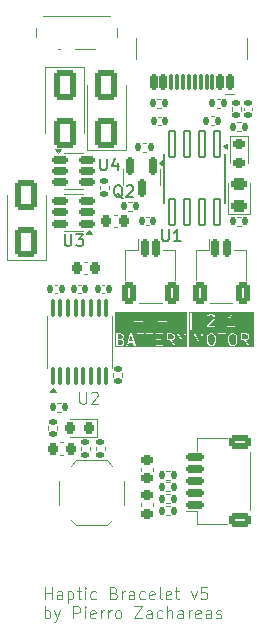
<source format=gbr>
%TF.GenerationSoftware,KiCad,Pcbnew,9.0.0*%
%TF.CreationDate,2025-03-18T00:42:33+02:00*%
%TF.ProjectId,haptic-bracelet,68617074-6963-42d6-9272-6163656c6574,rev?*%
%TF.SameCoordinates,Original*%
%TF.FileFunction,Legend,Top*%
%TF.FilePolarity,Positive*%
%FSLAX46Y46*%
G04 Gerber Fmt 4.6, Leading zero omitted, Abs format (unit mm)*
G04 Created by KiCad (PCBNEW 9.0.0) date 2025-03-18 00:42:33*
%MOMM*%
%LPD*%
G01*
G04 APERTURE LIST*
G04 Aperture macros list*
%AMRoundRect*
0 Rectangle with rounded corners*
0 $1 Rounding radius*
0 $2 $3 $4 $5 $6 $7 $8 $9 X,Y pos of 4 corners*
0 Add a 4 corners polygon primitive as box body*
4,1,4,$2,$3,$4,$5,$6,$7,$8,$9,$2,$3,0*
0 Add four circle primitives for the rounded corners*
1,1,$1+$1,$2,$3*
1,1,$1+$1,$4,$5*
1,1,$1+$1,$6,$7*
1,1,$1+$1,$8,$9*
0 Add four rect primitives between the rounded corners*
20,1,$1+$1,$2,$3,$4,$5,0*
20,1,$1+$1,$4,$5,$6,$7,0*
20,1,$1+$1,$6,$7,$8,$9,0*
20,1,$1+$1,$8,$9,$2,$3,0*%
%AMFreePoly0*
4,1,37,0.603843,0.796157,0.639018,0.796157,0.711114,0.766294,0.766294,0.711114,0.796157,0.639018,0.796157,0.603843,0.800000,0.600000,0.800000,-0.600000,0.796157,-0.603843,0.796157,-0.639018,0.766294,-0.711114,0.711114,-0.766294,0.639018,-0.796157,0.603843,-0.796157,0.600000,-0.800000,0.000000,-0.800000,0.000000,-0.796148,-0.078414,-0.796148,-0.232228,-0.765552,-0.377117,-0.705537,
-0.507515,-0.618408,-0.618408,-0.507515,-0.705537,-0.377117,-0.765552,-0.232228,-0.796148,-0.078414,-0.796148,0.078414,-0.765552,0.232228,-0.705537,0.377117,-0.618408,0.507515,-0.507515,0.618408,-0.377117,0.705537,-0.232228,0.765552,-0.078414,0.796148,0.000000,0.796148,0.000000,0.800000,0.600000,0.800000,0.603843,0.796157,0.603843,0.796157,$1*%
%AMFreePoly1*
4,1,37,0.000000,0.796148,0.078414,0.796148,0.232228,0.765552,0.377117,0.705537,0.507515,0.618408,0.618408,0.507515,0.705537,0.377117,0.765552,0.232228,0.796148,0.078414,0.796148,-0.078414,0.765552,-0.232228,0.705537,-0.377117,0.618408,-0.507515,0.507515,-0.618408,0.377117,-0.705537,0.232228,-0.765552,0.078414,-0.796148,0.000000,-0.796148,0.000000,-0.800000,-0.600000,-0.800000,
-0.603843,-0.796157,-0.639018,-0.796157,-0.711114,-0.766294,-0.766294,-0.711114,-0.796157,-0.639018,-0.796157,-0.603843,-0.800000,-0.600000,-0.800000,0.600000,-0.796157,0.603843,-0.796157,0.639018,-0.766294,0.711114,-0.711114,0.766294,-0.639018,0.796157,-0.603843,0.796157,-0.600000,0.800000,0.000000,0.800000,0.000000,0.796148,0.000000,0.796148,$1*%
G04 Aperture macros list end*
%ADD10C,0.100000*%
%ADD11C,0.150000*%
%ADD12C,0.125000*%
%ADD13C,0.120000*%
%ADD14RoundRect,0.218750X0.218750X0.256250X-0.218750X0.256250X-0.218750X-0.256250X0.218750X-0.256250X0*%
%ADD15R,1.000000X0.800000*%
%ADD16C,0.900000*%
%ADD17R,0.700000X1.500000*%
%ADD18RoundRect,0.150000X-0.150000X-0.625000X0.150000X-0.625000X0.150000X0.625000X-0.150000X0.625000X0*%
%ADD19RoundRect,0.250000X-0.350000X-0.650000X0.350000X-0.650000X0.350000X0.650000X-0.350000X0.650000X0*%
%ADD20RoundRect,0.150000X-0.512500X-0.150000X0.512500X-0.150000X0.512500X0.150000X-0.512500X0.150000X0*%
%ADD21RoundRect,0.135000X-0.135000X-0.185000X0.135000X-0.185000X0.135000X0.185000X-0.135000X0.185000X0*%
%ADD22RoundRect,0.135000X0.135000X0.185000X-0.135000X0.185000X-0.135000X-0.185000X0.135000X-0.185000X0*%
%ADD23RoundRect,0.140000X-0.140000X-0.170000X0.140000X-0.170000X0.140000X0.170000X-0.140000X0.170000X0*%
%ADD24RoundRect,0.225000X-0.225000X-0.250000X0.225000X-0.250000X0.225000X0.250000X-0.225000X0.250000X0*%
%ADD25RoundRect,0.250000X-0.650000X1.000000X-0.650000X-1.000000X0.650000X-1.000000X0.650000X1.000000X0*%
%ADD26RoundRect,0.140000X0.140000X0.170000X-0.140000X0.170000X-0.140000X-0.170000X0.140000X-0.170000X0*%
%ADD27RoundRect,0.225000X0.225000X0.250000X-0.225000X0.250000X-0.225000X-0.250000X0.225000X-0.250000X0*%
%ADD28RoundRect,0.225000X-0.250000X0.225000X-0.250000X-0.225000X0.250000X-0.225000X0.250000X0.225000X0*%
%ADD29R,1.000000X0.750000*%
%ADD30RoundRect,0.150000X0.512500X0.150000X-0.512500X0.150000X-0.512500X-0.150000X0.512500X-0.150000X0*%
%ADD31RoundRect,0.250000X0.650000X-1.000000X0.650000X1.000000X-0.650000X1.000000X-0.650000X-1.000000X0*%
%ADD32RoundRect,0.135000X0.185000X-0.135000X0.185000X0.135000X-0.185000X0.135000X-0.185000X-0.135000X0*%
%ADD33C,0.650000*%
%ADD34RoundRect,0.150000X0.150000X0.500000X-0.150000X0.500000X-0.150000X-0.500000X0.150000X-0.500000X0*%
%ADD35RoundRect,0.075000X0.075000X0.575000X-0.075000X0.575000X-0.075000X-0.575000X0.075000X-0.575000X0*%
%ADD36O,1.000000X2.100000*%
%ADD37O,1.000000X1.600000*%
%ADD38RoundRect,0.100000X0.100000X-0.675000X0.100000X0.675000X-0.100000X0.675000X-0.100000X-0.675000X0*%
%ADD39R,3.000000X3.000000*%
%ADD40RoundRect,0.243750X0.456250X-0.243750X0.456250X0.243750X-0.456250X0.243750X-0.456250X-0.243750X0*%
%ADD41RoundRect,0.225000X0.250000X-0.225000X0.250000X0.225000X-0.250000X0.225000X-0.250000X-0.225000X0*%
%ADD42RoundRect,0.218750X-0.256250X0.218750X-0.256250X-0.218750X0.256250X-0.218750X0.256250X0.218750X0*%
%ADD43RoundRect,0.150000X-0.150000X0.587500X-0.150000X-0.587500X0.150000X-0.587500X0.150000X0.587500X0*%
%ADD44RoundRect,0.135000X-0.185000X0.135000X-0.185000X-0.135000X0.185000X-0.135000X0.185000X0.135000X0*%
%ADD45RoundRect,0.150000X0.625000X-0.150000X0.625000X0.150000X-0.625000X0.150000X-0.625000X-0.150000X0*%
%ADD46RoundRect,0.250000X0.650000X-0.350000X0.650000X0.350000X-0.650000X0.350000X-0.650000X-0.350000X0*%
%ADD47RoundRect,0.140000X0.170000X-0.140000X0.170000X0.140000X-0.170000X0.140000X-0.170000X-0.140000X0*%
%ADD48R,3.100000X2.400000*%
%ADD49RoundRect,0.070000X-0.250000X1.100000X-0.250000X-1.100000X0.250000X-1.100000X0.250000X1.100000X0*%
%ADD50C,0.770000*%
%ADD51FreePoly0,180.000000*%
%ADD52C,1.600000*%
%ADD53FreePoly1,180.000000*%
G04 APERTURE END LIST*
D10*
X157803884Y-122512475D02*
X157803884Y-121512475D01*
X157803884Y-121988665D02*
X158375312Y-121988665D01*
X158375312Y-122512475D02*
X158375312Y-121512475D01*
X159280074Y-122512475D02*
X159280074Y-121988665D01*
X159280074Y-121988665D02*
X159232455Y-121893427D01*
X159232455Y-121893427D02*
X159137217Y-121845808D01*
X159137217Y-121845808D02*
X158946741Y-121845808D01*
X158946741Y-121845808D02*
X158851503Y-121893427D01*
X159280074Y-122464856D02*
X159184836Y-122512475D01*
X159184836Y-122512475D02*
X158946741Y-122512475D01*
X158946741Y-122512475D02*
X158851503Y-122464856D01*
X158851503Y-122464856D02*
X158803884Y-122369617D01*
X158803884Y-122369617D02*
X158803884Y-122274379D01*
X158803884Y-122274379D02*
X158851503Y-122179141D01*
X158851503Y-122179141D02*
X158946741Y-122131522D01*
X158946741Y-122131522D02*
X159184836Y-122131522D01*
X159184836Y-122131522D02*
X159280074Y-122083903D01*
X159756265Y-121845808D02*
X159756265Y-122845808D01*
X159756265Y-121893427D02*
X159851503Y-121845808D01*
X159851503Y-121845808D02*
X160041979Y-121845808D01*
X160041979Y-121845808D02*
X160137217Y-121893427D01*
X160137217Y-121893427D02*
X160184836Y-121941046D01*
X160184836Y-121941046D02*
X160232455Y-122036284D01*
X160232455Y-122036284D02*
X160232455Y-122321998D01*
X160232455Y-122321998D02*
X160184836Y-122417236D01*
X160184836Y-122417236D02*
X160137217Y-122464856D01*
X160137217Y-122464856D02*
X160041979Y-122512475D01*
X160041979Y-122512475D02*
X159851503Y-122512475D01*
X159851503Y-122512475D02*
X159756265Y-122464856D01*
X160518170Y-121845808D02*
X160899122Y-121845808D01*
X160661027Y-121512475D02*
X160661027Y-122369617D01*
X160661027Y-122369617D02*
X160708646Y-122464856D01*
X160708646Y-122464856D02*
X160803884Y-122512475D01*
X160803884Y-122512475D02*
X160899122Y-122512475D01*
X161232456Y-122512475D02*
X161232456Y-121845808D01*
X161232456Y-121512475D02*
X161184837Y-121560094D01*
X161184837Y-121560094D02*
X161232456Y-121607713D01*
X161232456Y-121607713D02*
X161280075Y-121560094D01*
X161280075Y-121560094D02*
X161232456Y-121512475D01*
X161232456Y-121512475D02*
X161232456Y-121607713D01*
X162137217Y-122464856D02*
X162041979Y-122512475D01*
X162041979Y-122512475D02*
X161851503Y-122512475D01*
X161851503Y-122512475D02*
X161756265Y-122464856D01*
X161756265Y-122464856D02*
X161708646Y-122417236D01*
X161708646Y-122417236D02*
X161661027Y-122321998D01*
X161661027Y-122321998D02*
X161661027Y-122036284D01*
X161661027Y-122036284D02*
X161708646Y-121941046D01*
X161708646Y-121941046D02*
X161756265Y-121893427D01*
X161756265Y-121893427D02*
X161851503Y-121845808D01*
X161851503Y-121845808D02*
X162041979Y-121845808D01*
X162041979Y-121845808D02*
X162137217Y-121893427D01*
X163661027Y-121988665D02*
X163803884Y-122036284D01*
X163803884Y-122036284D02*
X163851503Y-122083903D01*
X163851503Y-122083903D02*
X163899122Y-122179141D01*
X163899122Y-122179141D02*
X163899122Y-122321998D01*
X163899122Y-122321998D02*
X163851503Y-122417236D01*
X163851503Y-122417236D02*
X163803884Y-122464856D01*
X163803884Y-122464856D02*
X163708646Y-122512475D01*
X163708646Y-122512475D02*
X163327694Y-122512475D01*
X163327694Y-122512475D02*
X163327694Y-121512475D01*
X163327694Y-121512475D02*
X163661027Y-121512475D01*
X163661027Y-121512475D02*
X163756265Y-121560094D01*
X163756265Y-121560094D02*
X163803884Y-121607713D01*
X163803884Y-121607713D02*
X163851503Y-121702951D01*
X163851503Y-121702951D02*
X163851503Y-121798189D01*
X163851503Y-121798189D02*
X163803884Y-121893427D01*
X163803884Y-121893427D02*
X163756265Y-121941046D01*
X163756265Y-121941046D02*
X163661027Y-121988665D01*
X163661027Y-121988665D02*
X163327694Y-121988665D01*
X164327694Y-122512475D02*
X164327694Y-121845808D01*
X164327694Y-122036284D02*
X164375313Y-121941046D01*
X164375313Y-121941046D02*
X164422932Y-121893427D01*
X164422932Y-121893427D02*
X164518170Y-121845808D01*
X164518170Y-121845808D02*
X164613408Y-121845808D01*
X165375313Y-122512475D02*
X165375313Y-121988665D01*
X165375313Y-121988665D02*
X165327694Y-121893427D01*
X165327694Y-121893427D02*
X165232456Y-121845808D01*
X165232456Y-121845808D02*
X165041980Y-121845808D01*
X165041980Y-121845808D02*
X164946742Y-121893427D01*
X165375313Y-122464856D02*
X165280075Y-122512475D01*
X165280075Y-122512475D02*
X165041980Y-122512475D01*
X165041980Y-122512475D02*
X164946742Y-122464856D01*
X164946742Y-122464856D02*
X164899123Y-122369617D01*
X164899123Y-122369617D02*
X164899123Y-122274379D01*
X164899123Y-122274379D02*
X164946742Y-122179141D01*
X164946742Y-122179141D02*
X165041980Y-122131522D01*
X165041980Y-122131522D02*
X165280075Y-122131522D01*
X165280075Y-122131522D02*
X165375313Y-122083903D01*
X166280075Y-122464856D02*
X166184837Y-122512475D01*
X166184837Y-122512475D02*
X165994361Y-122512475D01*
X165994361Y-122512475D02*
X165899123Y-122464856D01*
X165899123Y-122464856D02*
X165851504Y-122417236D01*
X165851504Y-122417236D02*
X165803885Y-122321998D01*
X165803885Y-122321998D02*
X165803885Y-122036284D01*
X165803885Y-122036284D02*
X165851504Y-121941046D01*
X165851504Y-121941046D02*
X165899123Y-121893427D01*
X165899123Y-121893427D02*
X165994361Y-121845808D01*
X165994361Y-121845808D02*
X166184837Y-121845808D01*
X166184837Y-121845808D02*
X166280075Y-121893427D01*
X167089599Y-122464856D02*
X166994361Y-122512475D01*
X166994361Y-122512475D02*
X166803885Y-122512475D01*
X166803885Y-122512475D02*
X166708647Y-122464856D01*
X166708647Y-122464856D02*
X166661028Y-122369617D01*
X166661028Y-122369617D02*
X166661028Y-121988665D01*
X166661028Y-121988665D02*
X166708647Y-121893427D01*
X166708647Y-121893427D02*
X166803885Y-121845808D01*
X166803885Y-121845808D02*
X166994361Y-121845808D01*
X166994361Y-121845808D02*
X167089599Y-121893427D01*
X167089599Y-121893427D02*
X167137218Y-121988665D01*
X167137218Y-121988665D02*
X167137218Y-122083903D01*
X167137218Y-122083903D02*
X166661028Y-122179141D01*
X167708647Y-122512475D02*
X167613409Y-122464856D01*
X167613409Y-122464856D02*
X167565790Y-122369617D01*
X167565790Y-122369617D02*
X167565790Y-121512475D01*
X168470552Y-122464856D02*
X168375314Y-122512475D01*
X168375314Y-122512475D02*
X168184838Y-122512475D01*
X168184838Y-122512475D02*
X168089600Y-122464856D01*
X168089600Y-122464856D02*
X168041981Y-122369617D01*
X168041981Y-122369617D02*
X168041981Y-121988665D01*
X168041981Y-121988665D02*
X168089600Y-121893427D01*
X168089600Y-121893427D02*
X168184838Y-121845808D01*
X168184838Y-121845808D02*
X168375314Y-121845808D01*
X168375314Y-121845808D02*
X168470552Y-121893427D01*
X168470552Y-121893427D02*
X168518171Y-121988665D01*
X168518171Y-121988665D02*
X168518171Y-122083903D01*
X168518171Y-122083903D02*
X168041981Y-122179141D01*
X168803886Y-121845808D02*
X169184838Y-121845808D01*
X168946743Y-121512475D02*
X168946743Y-122369617D01*
X168946743Y-122369617D02*
X168994362Y-122464856D01*
X168994362Y-122464856D02*
X169089600Y-122512475D01*
X169089600Y-122512475D02*
X169184838Y-122512475D01*
X170184839Y-121845808D02*
X170422934Y-122512475D01*
X170422934Y-122512475D02*
X170661029Y-121845808D01*
X171518172Y-121512475D02*
X171041982Y-121512475D01*
X171041982Y-121512475D02*
X170994363Y-121988665D01*
X170994363Y-121988665D02*
X171041982Y-121941046D01*
X171041982Y-121941046D02*
X171137220Y-121893427D01*
X171137220Y-121893427D02*
X171375315Y-121893427D01*
X171375315Y-121893427D02*
X171470553Y-121941046D01*
X171470553Y-121941046D02*
X171518172Y-121988665D01*
X171518172Y-121988665D02*
X171565791Y-122083903D01*
X171565791Y-122083903D02*
X171565791Y-122321998D01*
X171565791Y-122321998D02*
X171518172Y-122417236D01*
X171518172Y-122417236D02*
X171470553Y-122464856D01*
X171470553Y-122464856D02*
X171375315Y-122512475D01*
X171375315Y-122512475D02*
X171137220Y-122512475D01*
X171137220Y-122512475D02*
X171041982Y-122464856D01*
X171041982Y-122464856D02*
X170994363Y-122417236D01*
X157803884Y-124122419D02*
X157803884Y-123122419D01*
X157803884Y-123503371D02*
X157899122Y-123455752D01*
X157899122Y-123455752D02*
X158089598Y-123455752D01*
X158089598Y-123455752D02*
X158184836Y-123503371D01*
X158184836Y-123503371D02*
X158232455Y-123550990D01*
X158232455Y-123550990D02*
X158280074Y-123646228D01*
X158280074Y-123646228D02*
X158280074Y-123931942D01*
X158280074Y-123931942D02*
X158232455Y-124027180D01*
X158232455Y-124027180D02*
X158184836Y-124074800D01*
X158184836Y-124074800D02*
X158089598Y-124122419D01*
X158089598Y-124122419D02*
X157899122Y-124122419D01*
X157899122Y-124122419D02*
X157803884Y-124074800D01*
X158613408Y-123455752D02*
X158851503Y-124122419D01*
X159089598Y-123455752D02*
X158851503Y-124122419D01*
X158851503Y-124122419D02*
X158756265Y-124360514D01*
X158756265Y-124360514D02*
X158708646Y-124408133D01*
X158708646Y-124408133D02*
X158613408Y-124455752D01*
X160232456Y-124122419D02*
X160232456Y-123122419D01*
X160232456Y-123122419D02*
X160613408Y-123122419D01*
X160613408Y-123122419D02*
X160708646Y-123170038D01*
X160708646Y-123170038D02*
X160756265Y-123217657D01*
X160756265Y-123217657D02*
X160803884Y-123312895D01*
X160803884Y-123312895D02*
X160803884Y-123455752D01*
X160803884Y-123455752D02*
X160756265Y-123550990D01*
X160756265Y-123550990D02*
X160708646Y-123598609D01*
X160708646Y-123598609D02*
X160613408Y-123646228D01*
X160613408Y-123646228D02*
X160232456Y-123646228D01*
X161232456Y-124122419D02*
X161232456Y-123455752D01*
X161232456Y-123122419D02*
X161184837Y-123170038D01*
X161184837Y-123170038D02*
X161232456Y-123217657D01*
X161232456Y-123217657D02*
X161280075Y-123170038D01*
X161280075Y-123170038D02*
X161232456Y-123122419D01*
X161232456Y-123122419D02*
X161232456Y-123217657D01*
X162089598Y-124074800D02*
X161994360Y-124122419D01*
X161994360Y-124122419D02*
X161803884Y-124122419D01*
X161803884Y-124122419D02*
X161708646Y-124074800D01*
X161708646Y-124074800D02*
X161661027Y-123979561D01*
X161661027Y-123979561D02*
X161661027Y-123598609D01*
X161661027Y-123598609D02*
X161708646Y-123503371D01*
X161708646Y-123503371D02*
X161803884Y-123455752D01*
X161803884Y-123455752D02*
X161994360Y-123455752D01*
X161994360Y-123455752D02*
X162089598Y-123503371D01*
X162089598Y-123503371D02*
X162137217Y-123598609D01*
X162137217Y-123598609D02*
X162137217Y-123693847D01*
X162137217Y-123693847D02*
X161661027Y-123789085D01*
X162565789Y-124122419D02*
X162565789Y-123455752D01*
X162565789Y-123646228D02*
X162613408Y-123550990D01*
X162613408Y-123550990D02*
X162661027Y-123503371D01*
X162661027Y-123503371D02*
X162756265Y-123455752D01*
X162756265Y-123455752D02*
X162851503Y-123455752D01*
X163184837Y-124122419D02*
X163184837Y-123455752D01*
X163184837Y-123646228D02*
X163232456Y-123550990D01*
X163232456Y-123550990D02*
X163280075Y-123503371D01*
X163280075Y-123503371D02*
X163375313Y-123455752D01*
X163375313Y-123455752D02*
X163470551Y-123455752D01*
X163946742Y-124122419D02*
X163851504Y-124074800D01*
X163851504Y-124074800D02*
X163803885Y-124027180D01*
X163803885Y-124027180D02*
X163756266Y-123931942D01*
X163756266Y-123931942D02*
X163756266Y-123646228D01*
X163756266Y-123646228D02*
X163803885Y-123550990D01*
X163803885Y-123550990D02*
X163851504Y-123503371D01*
X163851504Y-123503371D02*
X163946742Y-123455752D01*
X163946742Y-123455752D02*
X164089599Y-123455752D01*
X164089599Y-123455752D02*
X164184837Y-123503371D01*
X164184837Y-123503371D02*
X164232456Y-123550990D01*
X164232456Y-123550990D02*
X164280075Y-123646228D01*
X164280075Y-123646228D02*
X164280075Y-123931942D01*
X164280075Y-123931942D02*
X164232456Y-124027180D01*
X164232456Y-124027180D02*
X164184837Y-124074800D01*
X164184837Y-124074800D02*
X164089599Y-124122419D01*
X164089599Y-124122419D02*
X163946742Y-124122419D01*
X165375314Y-123122419D02*
X166041980Y-123122419D01*
X166041980Y-123122419D02*
X165375314Y-124122419D01*
X165375314Y-124122419D02*
X166041980Y-124122419D01*
X166851504Y-124122419D02*
X166851504Y-123598609D01*
X166851504Y-123598609D02*
X166803885Y-123503371D01*
X166803885Y-123503371D02*
X166708647Y-123455752D01*
X166708647Y-123455752D02*
X166518171Y-123455752D01*
X166518171Y-123455752D02*
X166422933Y-123503371D01*
X166851504Y-124074800D02*
X166756266Y-124122419D01*
X166756266Y-124122419D02*
X166518171Y-124122419D01*
X166518171Y-124122419D02*
X166422933Y-124074800D01*
X166422933Y-124074800D02*
X166375314Y-123979561D01*
X166375314Y-123979561D02*
X166375314Y-123884323D01*
X166375314Y-123884323D02*
X166422933Y-123789085D01*
X166422933Y-123789085D02*
X166518171Y-123741466D01*
X166518171Y-123741466D02*
X166756266Y-123741466D01*
X166756266Y-123741466D02*
X166851504Y-123693847D01*
X167756266Y-124074800D02*
X167661028Y-124122419D01*
X167661028Y-124122419D02*
X167470552Y-124122419D01*
X167470552Y-124122419D02*
X167375314Y-124074800D01*
X167375314Y-124074800D02*
X167327695Y-124027180D01*
X167327695Y-124027180D02*
X167280076Y-123931942D01*
X167280076Y-123931942D02*
X167280076Y-123646228D01*
X167280076Y-123646228D02*
X167327695Y-123550990D01*
X167327695Y-123550990D02*
X167375314Y-123503371D01*
X167375314Y-123503371D02*
X167470552Y-123455752D01*
X167470552Y-123455752D02*
X167661028Y-123455752D01*
X167661028Y-123455752D02*
X167756266Y-123503371D01*
X168184838Y-124122419D02*
X168184838Y-123122419D01*
X168613409Y-124122419D02*
X168613409Y-123598609D01*
X168613409Y-123598609D02*
X168565790Y-123503371D01*
X168565790Y-123503371D02*
X168470552Y-123455752D01*
X168470552Y-123455752D02*
X168327695Y-123455752D01*
X168327695Y-123455752D02*
X168232457Y-123503371D01*
X168232457Y-123503371D02*
X168184838Y-123550990D01*
X169518171Y-124122419D02*
X169518171Y-123598609D01*
X169518171Y-123598609D02*
X169470552Y-123503371D01*
X169470552Y-123503371D02*
X169375314Y-123455752D01*
X169375314Y-123455752D02*
X169184838Y-123455752D01*
X169184838Y-123455752D02*
X169089600Y-123503371D01*
X169518171Y-124074800D02*
X169422933Y-124122419D01*
X169422933Y-124122419D02*
X169184838Y-124122419D01*
X169184838Y-124122419D02*
X169089600Y-124074800D01*
X169089600Y-124074800D02*
X169041981Y-123979561D01*
X169041981Y-123979561D02*
X169041981Y-123884323D01*
X169041981Y-123884323D02*
X169089600Y-123789085D01*
X169089600Y-123789085D02*
X169184838Y-123741466D01*
X169184838Y-123741466D02*
X169422933Y-123741466D01*
X169422933Y-123741466D02*
X169518171Y-123693847D01*
X169994362Y-124122419D02*
X169994362Y-123455752D01*
X169994362Y-123646228D02*
X170041981Y-123550990D01*
X170041981Y-123550990D02*
X170089600Y-123503371D01*
X170089600Y-123503371D02*
X170184838Y-123455752D01*
X170184838Y-123455752D02*
X170280076Y-123455752D01*
X170994362Y-124074800D02*
X170899124Y-124122419D01*
X170899124Y-124122419D02*
X170708648Y-124122419D01*
X170708648Y-124122419D02*
X170613410Y-124074800D01*
X170613410Y-124074800D02*
X170565791Y-123979561D01*
X170565791Y-123979561D02*
X170565791Y-123598609D01*
X170565791Y-123598609D02*
X170613410Y-123503371D01*
X170613410Y-123503371D02*
X170708648Y-123455752D01*
X170708648Y-123455752D02*
X170899124Y-123455752D01*
X170899124Y-123455752D02*
X170994362Y-123503371D01*
X170994362Y-123503371D02*
X171041981Y-123598609D01*
X171041981Y-123598609D02*
X171041981Y-123693847D01*
X171041981Y-123693847D02*
X170565791Y-123789085D01*
X171899124Y-124122419D02*
X171899124Y-123598609D01*
X171899124Y-123598609D02*
X171851505Y-123503371D01*
X171851505Y-123503371D02*
X171756267Y-123455752D01*
X171756267Y-123455752D02*
X171565791Y-123455752D01*
X171565791Y-123455752D02*
X171470553Y-123503371D01*
X171899124Y-124074800D02*
X171803886Y-124122419D01*
X171803886Y-124122419D02*
X171565791Y-124122419D01*
X171565791Y-124122419D02*
X171470553Y-124074800D01*
X171470553Y-124074800D02*
X171422934Y-123979561D01*
X171422934Y-123979561D02*
X171422934Y-123884323D01*
X171422934Y-123884323D02*
X171470553Y-123789085D01*
X171470553Y-123789085D02*
X171565791Y-123741466D01*
X171565791Y-123741466D02*
X171803886Y-123741466D01*
X171803886Y-123741466D02*
X171899124Y-123693847D01*
X172327696Y-124074800D02*
X172422934Y-124122419D01*
X172422934Y-124122419D02*
X172613410Y-124122419D01*
X172613410Y-124122419D02*
X172708648Y-124074800D01*
X172708648Y-124074800D02*
X172756267Y-123979561D01*
X172756267Y-123979561D02*
X172756267Y-123931942D01*
X172756267Y-123931942D02*
X172708648Y-123836704D01*
X172708648Y-123836704D02*
X172613410Y-123789085D01*
X172613410Y-123789085D02*
X172470553Y-123789085D01*
X172470553Y-123789085D02*
X172375315Y-123741466D01*
X172375315Y-123741466D02*
X172327696Y-123646228D01*
X172327696Y-123646228D02*
X172327696Y-123598609D01*
X172327696Y-123598609D02*
X172375315Y-123503371D01*
X172375315Y-123503371D02*
X172470553Y-123455752D01*
X172470553Y-123455752D02*
X172613410Y-123455752D01*
X172613410Y-123455752D02*
X172708648Y-123503371D01*
G36*
X164365847Y-100579901D02*
G01*
X164399382Y-100613437D01*
X164438094Y-100690860D01*
X164438094Y-100810110D01*
X164399382Y-100887533D01*
X164363236Y-100923680D01*
X164285815Y-100962391D01*
X163966666Y-100962391D01*
X163966666Y-100538581D01*
X164241886Y-100538581D01*
X164365847Y-100579901D01*
G37*
G36*
X164315619Y-100101102D02*
G01*
X164351763Y-100137247D01*
X164390475Y-100214670D01*
X164390475Y-100286301D01*
X164351763Y-100363724D01*
X164315619Y-100399869D01*
X164238196Y-100438581D01*
X163966666Y-100438581D01*
X163966666Y-100062391D01*
X164238196Y-100062391D01*
X164315619Y-100101102D01*
G37*
G36*
X165275866Y-100676676D02*
G01*
X164938418Y-100676676D01*
X165107142Y-100170504D01*
X165275866Y-100676676D01*
G37*
G36*
X168648953Y-100101102D02*
G01*
X168685097Y-100137247D01*
X168723809Y-100214670D01*
X168723809Y-100333920D01*
X168685097Y-100411343D01*
X168648953Y-100447488D01*
X168571530Y-100486200D01*
X168252381Y-100486200D01*
X168252381Y-100062391D01*
X168571530Y-100062391D01*
X168648953Y-100101102D01*
G37*
G36*
X169886546Y-101173502D02*
G01*
X163731746Y-101173502D01*
X163731746Y-100012391D01*
X163866666Y-100012391D01*
X163866666Y-101012391D01*
X163870472Y-101031525D01*
X163897532Y-101058585D01*
X163916666Y-101062391D01*
X164297618Y-101062391D01*
X164300074Y-101061902D01*
X164301163Y-101062265D01*
X164308890Y-101060148D01*
X164316752Y-101058585D01*
X164317563Y-101057773D01*
X164319979Y-101057112D01*
X164402334Y-101015935D01*
X164723935Y-101015935D01*
X164741049Y-101050164D01*
X164777353Y-101062265D01*
X164811582Y-101045151D01*
X164821243Y-101028202D01*
X164905085Y-100776676D01*
X165309199Y-100776676D01*
X165393041Y-101028202D01*
X165402702Y-101045150D01*
X165436931Y-101062265D01*
X165473235Y-101050163D01*
X165490349Y-101015935D01*
X165487909Y-100996579D01*
X165154576Y-99996580D01*
X165152682Y-99993257D01*
X165584758Y-99993257D01*
X165584758Y-100031525D01*
X165611818Y-100058585D01*
X165630952Y-100062391D01*
X165866666Y-100062391D01*
X165866666Y-101012391D01*
X165870472Y-101031525D01*
X165897532Y-101058585D01*
X165935800Y-101058585D01*
X165962860Y-101031525D01*
X165966666Y-101012391D01*
X165966666Y-100062391D01*
X166202380Y-100062391D01*
X166221514Y-100058585D01*
X166248574Y-100031525D01*
X166248574Y-99993257D01*
X166346663Y-99993257D01*
X166346663Y-100031525D01*
X166373723Y-100058585D01*
X166392857Y-100062391D01*
X166628571Y-100062391D01*
X166628571Y-101012391D01*
X166632377Y-101031525D01*
X166659437Y-101058585D01*
X166697705Y-101058585D01*
X166724765Y-101031525D01*
X166728571Y-101012391D01*
X166728571Y-100062391D01*
X166964285Y-100062391D01*
X166983419Y-100058585D01*
X167010479Y-100031525D01*
X167010479Y-100012391D01*
X167247619Y-100012391D01*
X167247619Y-101012391D01*
X167251425Y-101031525D01*
X167278485Y-101058585D01*
X167297619Y-101062391D01*
X167773809Y-101062391D01*
X167792943Y-101058585D01*
X167820003Y-101031525D01*
X167820003Y-100993257D01*
X167792943Y-100966197D01*
X167773809Y-100962391D01*
X167347619Y-100962391D01*
X167347619Y-100538581D01*
X167630952Y-100538581D01*
X167650086Y-100534775D01*
X167677146Y-100507715D01*
X167677146Y-100469447D01*
X167650086Y-100442387D01*
X167630952Y-100438581D01*
X167347619Y-100438581D01*
X167347619Y-100062391D01*
X167773809Y-100062391D01*
X167792943Y-100058585D01*
X167820003Y-100031525D01*
X167820003Y-100012391D01*
X168152381Y-100012391D01*
X168152381Y-101012391D01*
X168156187Y-101031525D01*
X168183247Y-101058585D01*
X168221515Y-101058585D01*
X168248575Y-101031525D01*
X168252381Y-101012391D01*
X168252381Y-100586200D01*
X168414443Y-100586200D01*
X168732847Y-101041064D01*
X168746938Y-101054557D01*
X168784624Y-101061207D01*
X168815975Y-101039262D01*
X168822625Y-101001576D01*
X168814771Y-100983718D01*
X168536509Y-100586200D01*
X168583333Y-100586200D01*
X168585789Y-100585711D01*
X168586878Y-100586074D01*
X168594605Y-100583957D01*
X168602467Y-100582394D01*
X168603278Y-100581582D01*
X168605694Y-100580921D01*
X168700931Y-100533303D01*
X168707264Y-100528387D01*
X168713926Y-100523936D01*
X168761545Y-100476318D01*
X168765999Y-100469651D01*
X168770911Y-100463323D01*
X168818530Y-100368085D01*
X168819191Y-100365669D01*
X168820003Y-100364858D01*
X168821566Y-100356996D01*
X168823683Y-100349269D01*
X168823320Y-100348180D01*
X168823809Y-100345724D01*
X168823809Y-100202867D01*
X168823320Y-100200410D01*
X168823683Y-100199322D01*
X168821566Y-100191594D01*
X168820003Y-100183733D01*
X168819191Y-100182921D01*
X168818530Y-100180506D01*
X168770911Y-100085268D01*
X168765999Y-100078939D01*
X168761545Y-100072273D01*
X168713926Y-100024655D01*
X168708530Y-100021049D01*
X169010279Y-100021049D01*
X169017341Y-100039235D01*
X169342857Y-100550760D01*
X169342857Y-101012391D01*
X169346663Y-101031525D01*
X169373723Y-101058585D01*
X169411991Y-101058585D01*
X169439051Y-101031525D01*
X169442857Y-101012391D01*
X169442857Y-100550760D01*
X169768373Y-100039235D01*
X169775435Y-100021049D01*
X169767133Y-99983691D01*
X169734848Y-99963146D01*
X169697491Y-99971448D01*
X169684007Y-99985547D01*
X169392857Y-100443068D01*
X169101707Y-99985547D01*
X169088224Y-99971448D01*
X169050866Y-99963146D01*
X169018581Y-99983691D01*
X169010279Y-100021049D01*
X168708530Y-100021049D01*
X168707264Y-100020203D01*
X168700931Y-100015288D01*
X168605694Y-99967670D01*
X168603278Y-99967008D01*
X168602467Y-99966197D01*
X168594605Y-99964633D01*
X168586878Y-99962517D01*
X168585789Y-99962879D01*
X168583333Y-99962391D01*
X168202381Y-99962391D01*
X168183247Y-99966197D01*
X168156187Y-99993257D01*
X168152381Y-100012391D01*
X167820003Y-100012391D01*
X167820003Y-99993257D01*
X167792943Y-99966197D01*
X167773809Y-99962391D01*
X167297619Y-99962391D01*
X167278485Y-99966197D01*
X167251425Y-99993257D01*
X167247619Y-100012391D01*
X167010479Y-100012391D01*
X167010479Y-99993257D01*
X166983419Y-99966197D01*
X166964285Y-99962391D01*
X166392857Y-99962391D01*
X166373723Y-99966197D01*
X166346663Y-99993257D01*
X166248574Y-99993257D01*
X166221514Y-99966197D01*
X166202380Y-99962391D01*
X165630952Y-99962391D01*
X165611818Y-99966197D01*
X165584758Y-99993257D01*
X165152682Y-99993257D01*
X165144915Y-99979631D01*
X165141572Y-99977959D01*
X165139902Y-99974619D01*
X165124865Y-99969606D01*
X165110686Y-99962517D01*
X165107141Y-99963698D01*
X165103598Y-99962517D01*
X165089424Y-99969604D01*
X165074382Y-99974618D01*
X165072710Y-99977961D01*
X165069369Y-99979632D01*
X165059708Y-99996580D01*
X164726375Y-100996580D01*
X164723935Y-101015935D01*
X164402334Y-101015935D01*
X164415216Y-101009494D01*
X164421543Y-101004583D01*
X164428212Y-101000127D01*
X164475831Y-100952507D01*
X164480284Y-100945841D01*
X164485196Y-100939513D01*
X164532815Y-100844275D01*
X164533476Y-100841859D01*
X164534288Y-100841048D01*
X164535851Y-100833186D01*
X164537968Y-100825459D01*
X164537605Y-100824370D01*
X164538094Y-100821914D01*
X164538094Y-100679057D01*
X164537605Y-100676600D01*
X164537968Y-100675512D01*
X164535851Y-100667784D01*
X164534288Y-100659923D01*
X164533476Y-100659111D01*
X164532815Y-100656696D01*
X164485196Y-100561458D01*
X164480284Y-100555129D01*
X164475830Y-100548463D01*
X164428211Y-100500845D01*
X164426128Y-100499453D01*
X164425615Y-100498427D01*
X164418654Y-100494459D01*
X164411990Y-100490006D01*
X164410842Y-100490006D01*
X164408667Y-100488766D01*
X164377506Y-100478379D01*
X164380592Y-100476317D01*
X164428211Y-100428699D01*
X164432665Y-100422032D01*
X164437577Y-100415704D01*
X164485196Y-100320466D01*
X164485857Y-100318050D01*
X164486669Y-100317239D01*
X164488232Y-100309377D01*
X164490349Y-100301650D01*
X164489986Y-100300561D01*
X164490475Y-100298105D01*
X164490475Y-100202867D01*
X164489986Y-100200410D01*
X164490349Y-100199322D01*
X164488232Y-100191594D01*
X164486669Y-100183733D01*
X164485857Y-100182921D01*
X164485196Y-100180506D01*
X164437577Y-100085268D01*
X164432665Y-100078939D01*
X164428211Y-100072273D01*
X164380592Y-100024655D01*
X164373930Y-100020203D01*
X164367597Y-100015288D01*
X164272360Y-99967670D01*
X164269944Y-99967008D01*
X164269133Y-99966197D01*
X164261271Y-99964633D01*
X164253544Y-99962517D01*
X164252455Y-99962879D01*
X164249999Y-99962391D01*
X163916666Y-99962391D01*
X163897532Y-99966197D01*
X163870472Y-99993257D01*
X163866666Y-100012391D01*
X163731746Y-100012391D01*
X163731746Y-98307208D01*
X163842857Y-98307208D01*
X163842857Y-99735780D01*
X163846663Y-99754914D01*
X163873723Y-99781974D01*
X163911991Y-99781974D01*
X163939051Y-99754914D01*
X163942857Y-99735780D01*
X163942857Y-99002360D01*
X165322854Y-99002360D01*
X165322854Y-99040628D01*
X165349914Y-99067688D01*
X165369048Y-99071494D01*
X166130953Y-99071494D01*
X166150087Y-99067688D01*
X166177147Y-99040628D01*
X166177147Y-99002360D01*
X167322854Y-99002360D01*
X167322854Y-99040628D01*
X167349914Y-99067688D01*
X167369048Y-99071494D01*
X167700000Y-99071494D01*
X167700000Y-99402447D01*
X167703806Y-99421581D01*
X167730866Y-99448641D01*
X167769134Y-99448641D01*
X167796194Y-99421581D01*
X167800000Y-99402447D01*
X167800000Y-99071494D01*
X168130953Y-99071494D01*
X168150087Y-99067688D01*
X168177147Y-99040628D01*
X168177147Y-99002360D01*
X168150087Y-98975300D01*
X168130953Y-98971494D01*
X167800000Y-98971494D01*
X167800000Y-98640542D01*
X167796194Y-98621408D01*
X167769134Y-98594348D01*
X167730866Y-98594348D01*
X167703806Y-98621408D01*
X167700000Y-98640542D01*
X167700000Y-98971494D01*
X167369048Y-98971494D01*
X167349914Y-98975300D01*
X167322854Y-99002360D01*
X166177147Y-99002360D01*
X166150087Y-98975300D01*
X166130953Y-98971494D01*
X165369048Y-98971494D01*
X165349914Y-98975300D01*
X165322854Y-99002360D01*
X163942857Y-99002360D01*
X163942857Y-98307208D01*
X169557143Y-98307208D01*
X169557143Y-99735780D01*
X169560949Y-99754914D01*
X169588009Y-99781974D01*
X169626277Y-99781974D01*
X169653337Y-99754914D01*
X169657143Y-99735780D01*
X169657143Y-98307208D01*
X169653337Y-98288074D01*
X169626277Y-98261014D01*
X169588009Y-98261014D01*
X169560949Y-98288074D01*
X169557143Y-98307208D01*
X163942857Y-98307208D01*
X163939051Y-98288074D01*
X163911991Y-98261014D01*
X163873723Y-98261014D01*
X163846663Y-98288074D01*
X163842857Y-98307208D01*
X163731746Y-98307208D01*
X163731746Y-98149903D01*
X169886546Y-98149903D01*
X169886546Y-101173502D01*
G37*
G36*
X172077525Y-100101103D02*
G01*
X172157231Y-100180809D01*
X172199999Y-100351879D01*
X172199999Y-100672902D01*
X172157231Y-100843971D01*
X172077523Y-100923680D01*
X172000101Y-100962391D01*
X171833232Y-100962391D01*
X171755809Y-100923679D01*
X171676100Y-100843970D01*
X171633333Y-100672902D01*
X171633333Y-100351879D01*
X171676100Y-100180809D01*
X171755806Y-100101103D01*
X171833232Y-100062391D01*
X172000101Y-100062391D01*
X172077525Y-100101103D01*
G37*
G36*
X173887049Y-100101103D02*
G01*
X173966755Y-100180809D01*
X174009523Y-100351879D01*
X174009523Y-100672902D01*
X173966755Y-100843971D01*
X173887047Y-100923680D01*
X173809625Y-100962391D01*
X173642756Y-100962391D01*
X173565333Y-100923679D01*
X173485624Y-100843970D01*
X173442857Y-100672902D01*
X173442857Y-100351879D01*
X173485624Y-100180809D01*
X173565330Y-100101103D01*
X173642756Y-100062391D01*
X173809625Y-100062391D01*
X173887049Y-100101103D01*
G37*
G36*
X174934667Y-100101102D02*
G01*
X174970811Y-100137247D01*
X175009523Y-100214670D01*
X175009523Y-100333920D01*
X174970811Y-100411343D01*
X174934667Y-100447488D01*
X174857244Y-100486200D01*
X174538095Y-100486200D01*
X174538095Y-100062391D01*
X174857244Y-100062391D01*
X174934667Y-100101102D01*
G37*
G36*
X175482540Y-101173502D02*
G01*
X170017460Y-101173502D01*
X170017460Y-100012391D01*
X170438095Y-100012391D01*
X170438095Y-101012391D01*
X170441901Y-101031525D01*
X170468961Y-101058585D01*
X170507229Y-101058585D01*
X170534289Y-101031525D01*
X170538095Y-101012391D01*
X170538095Y-100237768D01*
X170776119Y-100747821D01*
X170783741Y-100758210D01*
X170784554Y-100760445D01*
X170785811Y-100761031D01*
X170787659Y-100763550D01*
X170803731Y-100769394D01*
X170819232Y-100776628D01*
X170821428Y-100775829D01*
X170823624Y-100776628D01*
X170839124Y-100769394D01*
X170855197Y-100763550D01*
X170857044Y-100761031D01*
X170858302Y-100760445D01*
X170859114Y-100758209D01*
X170866737Y-100747820D01*
X171104761Y-100237768D01*
X171104761Y-101012391D01*
X171108567Y-101031525D01*
X171135627Y-101058585D01*
X171173895Y-101058585D01*
X171200955Y-101031525D01*
X171204761Y-101012391D01*
X171204761Y-100345724D01*
X171533333Y-100345724D01*
X171533333Y-100679057D01*
X171534528Y-100685066D01*
X171534826Y-100691184D01*
X171582445Y-100881660D01*
X171584758Y-100886556D01*
X171584758Y-100888667D01*
X171588162Y-100893762D01*
X171590778Y-100899299D01*
X171592586Y-100900384D01*
X171595596Y-100904888D01*
X171690835Y-101000127D01*
X171697494Y-101004577D01*
X171703829Y-101009493D01*
X171799067Y-101057112D01*
X171801482Y-101057773D01*
X171802294Y-101058585D01*
X171810155Y-101060148D01*
X171817883Y-101062265D01*
X171818971Y-101061902D01*
X171821428Y-101062391D01*
X172011904Y-101062391D01*
X172014360Y-101061902D01*
X172015449Y-101062265D01*
X172023176Y-101060148D01*
X172031038Y-101058585D01*
X172031849Y-101057773D01*
X172034265Y-101057112D01*
X172129502Y-101009494D01*
X172135829Y-101004583D01*
X172142498Y-101000127D01*
X172237736Y-100904888D01*
X172240745Y-100900384D01*
X172242554Y-100899299D01*
X172245169Y-100893762D01*
X172248574Y-100888667D01*
X172248574Y-100886556D01*
X172250887Y-100881660D01*
X172298506Y-100691184D01*
X172298803Y-100685066D01*
X172299999Y-100679057D01*
X172299999Y-100345724D01*
X172298803Y-100339714D01*
X172298506Y-100333597D01*
X172250887Y-100143121D01*
X172248574Y-100138224D01*
X172248574Y-100136114D01*
X172245170Y-100131020D01*
X172242554Y-100125482D01*
X172240743Y-100124395D01*
X172237735Y-100119893D01*
X172142497Y-100024655D01*
X172135835Y-100020203D01*
X172129502Y-100015288D01*
X172085440Y-99993257D01*
X172489520Y-99993257D01*
X172489520Y-100031525D01*
X172516580Y-100058585D01*
X172535714Y-100062391D01*
X172771428Y-100062391D01*
X172771428Y-101012391D01*
X172775234Y-101031525D01*
X172802294Y-101058585D01*
X172840562Y-101058585D01*
X172867622Y-101031525D01*
X172871428Y-101012391D01*
X172871428Y-100345724D01*
X173342857Y-100345724D01*
X173342857Y-100679057D01*
X173344052Y-100685066D01*
X173344350Y-100691184D01*
X173391969Y-100881660D01*
X173394282Y-100886556D01*
X173394282Y-100888667D01*
X173397686Y-100893762D01*
X173400302Y-100899299D01*
X173402110Y-100900384D01*
X173405120Y-100904888D01*
X173500359Y-101000127D01*
X173507018Y-101004577D01*
X173513353Y-101009493D01*
X173608591Y-101057112D01*
X173611006Y-101057773D01*
X173611818Y-101058585D01*
X173619679Y-101060148D01*
X173627407Y-101062265D01*
X173628495Y-101061902D01*
X173630952Y-101062391D01*
X173821428Y-101062391D01*
X173823884Y-101061902D01*
X173824973Y-101062265D01*
X173832700Y-101060148D01*
X173840562Y-101058585D01*
X173841373Y-101057773D01*
X173843789Y-101057112D01*
X173939026Y-101009494D01*
X173945353Y-101004583D01*
X173952022Y-101000127D01*
X174047260Y-100904888D01*
X174050269Y-100900384D01*
X174052078Y-100899299D01*
X174054693Y-100893762D01*
X174058098Y-100888667D01*
X174058098Y-100886556D01*
X174060411Y-100881660D01*
X174108030Y-100691184D01*
X174108327Y-100685066D01*
X174109523Y-100679057D01*
X174109523Y-100345724D01*
X174108327Y-100339714D01*
X174108030Y-100333597D01*
X174060411Y-100143121D01*
X174058098Y-100138224D01*
X174058098Y-100136114D01*
X174054694Y-100131020D01*
X174052078Y-100125482D01*
X174050267Y-100124395D01*
X174047259Y-100119893D01*
X173952021Y-100024655D01*
X173945359Y-100020203D01*
X173939026Y-100015288D01*
X173933232Y-100012391D01*
X174438095Y-100012391D01*
X174438095Y-101012391D01*
X174441901Y-101031525D01*
X174468961Y-101058585D01*
X174507229Y-101058585D01*
X174534289Y-101031525D01*
X174538095Y-101012391D01*
X174538095Y-100586200D01*
X174700157Y-100586200D01*
X175018561Y-101041064D01*
X175032652Y-101054557D01*
X175070338Y-101061207D01*
X175101689Y-101039262D01*
X175108339Y-101001576D01*
X175100485Y-100983718D01*
X174822223Y-100586200D01*
X174869047Y-100586200D01*
X174871503Y-100585711D01*
X174872592Y-100586074D01*
X174880319Y-100583957D01*
X174888181Y-100582394D01*
X174888992Y-100581582D01*
X174891408Y-100580921D01*
X174986645Y-100533303D01*
X174992978Y-100528387D01*
X174999640Y-100523936D01*
X175047259Y-100476318D01*
X175051713Y-100469651D01*
X175056625Y-100463323D01*
X175104244Y-100368085D01*
X175104905Y-100365669D01*
X175105717Y-100364858D01*
X175107280Y-100356996D01*
X175109397Y-100349269D01*
X175109034Y-100348180D01*
X175109523Y-100345724D01*
X175109523Y-100202867D01*
X175109034Y-100200410D01*
X175109397Y-100199322D01*
X175107280Y-100191594D01*
X175105717Y-100183733D01*
X175104905Y-100182921D01*
X175104244Y-100180506D01*
X175056625Y-100085268D01*
X175051713Y-100078939D01*
X175047259Y-100072273D01*
X174999640Y-100024655D01*
X174992978Y-100020203D01*
X174986645Y-100015288D01*
X174891408Y-99967670D01*
X174888992Y-99967008D01*
X174888181Y-99966197D01*
X174880319Y-99964633D01*
X174872592Y-99962517D01*
X174871503Y-99962879D01*
X174869047Y-99962391D01*
X174488095Y-99962391D01*
X174468961Y-99966197D01*
X174441901Y-99993257D01*
X174438095Y-100012391D01*
X173933232Y-100012391D01*
X173843789Y-99967670D01*
X173841373Y-99967008D01*
X173840562Y-99966197D01*
X173832700Y-99964633D01*
X173824973Y-99962517D01*
X173823884Y-99962879D01*
X173821428Y-99962391D01*
X173630952Y-99962391D01*
X173628495Y-99962879D01*
X173627407Y-99962517D01*
X173619679Y-99964633D01*
X173611818Y-99966197D01*
X173611006Y-99967008D01*
X173608591Y-99967670D01*
X173513353Y-100015289D01*
X173507018Y-100020204D01*
X173500359Y-100024655D01*
X173405121Y-100119893D01*
X173402112Y-100124395D01*
X173400302Y-100125482D01*
X173397685Y-100131020D01*
X173394282Y-100136114D01*
X173394282Y-100138224D01*
X173391969Y-100143121D01*
X173344350Y-100333597D01*
X173344052Y-100339714D01*
X173342857Y-100345724D01*
X172871428Y-100345724D01*
X172871428Y-100062391D01*
X173107142Y-100062391D01*
X173126276Y-100058585D01*
X173153336Y-100031525D01*
X173153336Y-99993257D01*
X173126276Y-99966197D01*
X173107142Y-99962391D01*
X172535714Y-99962391D01*
X172516580Y-99966197D01*
X172489520Y-99993257D01*
X172085440Y-99993257D01*
X172034265Y-99967670D01*
X172031849Y-99967008D01*
X172031038Y-99966197D01*
X172023176Y-99964633D01*
X172015449Y-99962517D01*
X172014360Y-99962879D01*
X172011904Y-99962391D01*
X171821428Y-99962391D01*
X171818971Y-99962879D01*
X171817883Y-99962517D01*
X171810155Y-99964633D01*
X171802294Y-99966197D01*
X171801482Y-99967008D01*
X171799067Y-99967670D01*
X171703829Y-100015289D01*
X171697494Y-100020204D01*
X171690835Y-100024655D01*
X171595597Y-100119893D01*
X171592588Y-100124395D01*
X171590778Y-100125482D01*
X171588161Y-100131020D01*
X171584758Y-100136114D01*
X171584758Y-100138224D01*
X171582445Y-100143121D01*
X171534826Y-100333597D01*
X171534528Y-100339714D01*
X171533333Y-100345724D01*
X171204761Y-100345724D01*
X171204761Y-100012391D01*
X171200955Y-99993257D01*
X171194672Y-99986974D01*
X171191635Y-99978622D01*
X171181669Y-99973971D01*
X171173895Y-99966197D01*
X171165010Y-99966197D01*
X171156957Y-99962439D01*
X171146622Y-99966197D01*
X171135627Y-99966197D01*
X171129344Y-99972479D01*
X171120992Y-99975517D01*
X171109452Y-99991246D01*
X170821427Y-100608441D01*
X170533404Y-99991247D01*
X170521864Y-99975517D01*
X170513511Y-99972479D01*
X170507229Y-99966197D01*
X170496234Y-99966197D01*
X170485899Y-99962439D01*
X170477846Y-99966197D01*
X170468961Y-99966197D01*
X170461186Y-99973971D01*
X170451221Y-99978622D01*
X170448183Y-99986974D01*
X170441901Y-99993257D01*
X170438095Y-100012391D01*
X170017460Y-100012391D01*
X170017460Y-98307208D01*
X170128571Y-98307208D01*
X170128571Y-99735780D01*
X170132377Y-99754914D01*
X170159437Y-99781974D01*
X170197705Y-99781974D01*
X170224765Y-99754914D01*
X170228571Y-99735780D01*
X170228571Y-99383313D01*
X171513330Y-99383313D01*
X171513330Y-99421581D01*
X171540390Y-99448641D01*
X171559524Y-99452447D01*
X172178571Y-99452447D01*
X172197705Y-99448641D01*
X172224765Y-99421581D01*
X172224765Y-99383313D01*
X172197705Y-99356253D01*
X172178571Y-99352447D01*
X171680234Y-99352447D01*
X172166307Y-98866373D01*
X172167697Y-98864291D01*
X172168725Y-98863778D01*
X172172695Y-98856812D01*
X172177146Y-98850152D01*
X172177146Y-98849004D01*
X172178386Y-98846829D01*
X172226005Y-98703973D01*
X172227007Y-98696022D01*
X172227866Y-98691706D01*
X173271555Y-98691706D01*
X173288669Y-98725934D01*
X173324974Y-98738035D01*
X173343790Y-98732882D01*
X173439027Y-98685264D01*
X173445360Y-98680348D01*
X173452022Y-98675897D01*
X173547260Y-98580659D01*
X173550008Y-98576545D01*
X173553508Y-98573039D01*
X173557143Y-98567586D01*
X173557143Y-99352447D01*
X173321429Y-99352447D01*
X173302295Y-99356253D01*
X173275235Y-99383313D01*
X173275235Y-99421581D01*
X173302295Y-99448641D01*
X173321429Y-99452447D01*
X173892857Y-99452447D01*
X173911991Y-99448641D01*
X173939051Y-99421581D01*
X173939051Y-99383313D01*
X173911991Y-99356253D01*
X173892857Y-99352447D01*
X173657143Y-99352447D01*
X173657143Y-98402447D01*
X173653337Y-98383313D01*
X173649696Y-98379672D01*
X173648687Y-98374625D01*
X173636571Y-98366547D01*
X173626277Y-98356253D01*
X173621131Y-98356253D01*
X173616847Y-98353397D01*
X173602569Y-98356253D01*
X173588009Y-98356253D01*
X173584368Y-98359893D01*
X173579321Y-98360903D01*
X173565541Y-98374712D01*
X173473046Y-98513452D01*
X173387050Y-98599449D01*
X173299068Y-98643440D01*
X173283656Y-98655401D01*
X173271555Y-98691706D01*
X172227866Y-98691706D01*
X172228571Y-98688161D01*
X172228571Y-98592923D01*
X172228082Y-98590466D01*
X172228445Y-98589378D01*
X172226328Y-98581650D01*
X172224765Y-98573789D01*
X172223953Y-98572977D01*
X172223292Y-98570562D01*
X172175673Y-98475324D01*
X172170761Y-98468995D01*
X172166307Y-98462329D01*
X172118688Y-98414711D01*
X172112026Y-98410259D01*
X172105693Y-98405344D01*
X172010456Y-98357726D01*
X172008040Y-98357064D01*
X172007229Y-98356253D01*
X171999367Y-98354689D01*
X171991640Y-98352573D01*
X171990551Y-98352935D01*
X171988095Y-98352447D01*
X171750000Y-98352447D01*
X171747543Y-98352935D01*
X171746455Y-98352573D01*
X171738727Y-98354689D01*
X171730866Y-98356253D01*
X171730054Y-98357064D01*
X171727639Y-98357726D01*
X171632401Y-98405345D01*
X171626072Y-98410256D01*
X171619406Y-98414711D01*
X171571788Y-98462330D01*
X171560949Y-98478551D01*
X171560949Y-98516819D01*
X171588009Y-98543879D01*
X171626277Y-98543879D01*
X171642498Y-98533040D01*
X171684380Y-98491158D01*
X171761804Y-98452447D01*
X171976292Y-98452447D01*
X172053715Y-98491158D01*
X172089859Y-98527303D01*
X172128571Y-98604726D01*
X172128571Y-98680048D01*
X172087250Y-98804009D01*
X171524169Y-99367092D01*
X171513330Y-99383313D01*
X170228571Y-99383313D01*
X170228571Y-98307208D01*
X175271429Y-98307208D01*
X175271429Y-99735780D01*
X175275235Y-99754914D01*
X175302295Y-99781974D01*
X175340563Y-99781974D01*
X175367623Y-99754914D01*
X175371429Y-99735780D01*
X175371429Y-98307208D01*
X175367623Y-98288074D01*
X175340563Y-98261014D01*
X175302295Y-98261014D01*
X175275235Y-98288074D01*
X175271429Y-98307208D01*
X170228571Y-98307208D01*
X170224765Y-98288074D01*
X170197705Y-98261014D01*
X170159437Y-98261014D01*
X170132377Y-98288074D01*
X170128571Y-98307208D01*
X170017460Y-98307208D01*
X170017460Y-98149903D01*
X175482540Y-98149903D01*
X175482540Y-101173502D01*
G37*
D11*
X162488095Y-85204819D02*
X162488095Y-86014342D01*
X162488095Y-86014342D02*
X162535714Y-86109580D01*
X162535714Y-86109580D02*
X162583333Y-86157200D01*
X162583333Y-86157200D02*
X162678571Y-86204819D01*
X162678571Y-86204819D02*
X162869047Y-86204819D01*
X162869047Y-86204819D02*
X162964285Y-86157200D01*
X162964285Y-86157200D02*
X163011904Y-86109580D01*
X163011904Y-86109580D02*
X163059523Y-86014342D01*
X163059523Y-86014342D02*
X163059523Y-85204819D01*
X163964285Y-85538152D02*
X163964285Y-86204819D01*
X163726190Y-85157200D02*
X163488095Y-85871485D01*
X163488095Y-85871485D02*
X164107142Y-85871485D01*
X159488095Y-91604819D02*
X159488095Y-92414342D01*
X159488095Y-92414342D02*
X159535714Y-92509580D01*
X159535714Y-92509580D02*
X159583333Y-92557200D01*
X159583333Y-92557200D02*
X159678571Y-92604819D01*
X159678571Y-92604819D02*
X159869047Y-92604819D01*
X159869047Y-92604819D02*
X159964285Y-92557200D01*
X159964285Y-92557200D02*
X160011904Y-92509580D01*
X160011904Y-92509580D02*
X160059523Y-92414342D01*
X160059523Y-92414342D02*
X160059523Y-91604819D01*
X160440476Y-91604819D02*
X161059523Y-91604819D01*
X161059523Y-91604819D02*
X160726190Y-91985771D01*
X160726190Y-91985771D02*
X160869047Y-91985771D01*
X160869047Y-91985771D02*
X160964285Y-92033390D01*
X160964285Y-92033390D02*
X161011904Y-92081009D01*
X161011904Y-92081009D02*
X161059523Y-92176247D01*
X161059523Y-92176247D02*
X161059523Y-92414342D01*
X161059523Y-92414342D02*
X161011904Y-92509580D01*
X161011904Y-92509580D02*
X160964285Y-92557200D01*
X160964285Y-92557200D02*
X160869047Y-92604819D01*
X160869047Y-92604819D02*
X160583333Y-92604819D01*
X160583333Y-92604819D02*
X160488095Y-92557200D01*
X160488095Y-92557200D02*
X160440476Y-92509580D01*
D12*
X160738095Y-104956119D02*
X160738095Y-105765642D01*
X160738095Y-105765642D02*
X160785714Y-105860880D01*
X160785714Y-105860880D02*
X160833333Y-105908500D01*
X160833333Y-105908500D02*
X160928571Y-105956119D01*
X160928571Y-105956119D02*
X161119047Y-105956119D01*
X161119047Y-105956119D02*
X161214285Y-105908500D01*
X161214285Y-105908500D02*
X161261904Y-105860880D01*
X161261904Y-105860880D02*
X161309523Y-105765642D01*
X161309523Y-105765642D02*
X161309523Y-104956119D01*
X161738095Y-105051357D02*
X161785714Y-105003738D01*
X161785714Y-105003738D02*
X161880952Y-104956119D01*
X161880952Y-104956119D02*
X162119047Y-104956119D01*
X162119047Y-104956119D02*
X162214285Y-105003738D01*
X162214285Y-105003738D02*
X162261904Y-105051357D01*
X162261904Y-105051357D02*
X162309523Y-105146595D01*
X162309523Y-105146595D02*
X162309523Y-105241833D01*
X162309523Y-105241833D02*
X162261904Y-105384690D01*
X162261904Y-105384690D02*
X161690476Y-105956119D01*
X161690476Y-105956119D02*
X162309523Y-105956119D01*
D11*
X164404761Y-88550057D02*
X164309523Y-88502438D01*
X164309523Y-88502438D02*
X164214285Y-88407200D01*
X164214285Y-88407200D02*
X164071428Y-88264342D01*
X164071428Y-88264342D02*
X163976190Y-88216723D01*
X163976190Y-88216723D02*
X163880952Y-88216723D01*
X163928571Y-88454819D02*
X163833333Y-88407200D01*
X163833333Y-88407200D02*
X163738095Y-88311961D01*
X163738095Y-88311961D02*
X163690476Y-88121485D01*
X163690476Y-88121485D02*
X163690476Y-87788152D01*
X163690476Y-87788152D02*
X163738095Y-87597676D01*
X163738095Y-87597676D02*
X163833333Y-87502438D01*
X163833333Y-87502438D02*
X163928571Y-87454819D01*
X163928571Y-87454819D02*
X164119047Y-87454819D01*
X164119047Y-87454819D02*
X164214285Y-87502438D01*
X164214285Y-87502438D02*
X164309523Y-87597676D01*
X164309523Y-87597676D02*
X164357142Y-87788152D01*
X164357142Y-87788152D02*
X164357142Y-88121485D01*
X164357142Y-88121485D02*
X164309523Y-88311961D01*
X164309523Y-88311961D02*
X164214285Y-88407200D01*
X164214285Y-88407200D02*
X164119047Y-88454819D01*
X164119047Y-88454819D02*
X163928571Y-88454819D01*
X164738095Y-87550057D02*
X164785714Y-87502438D01*
X164785714Y-87502438D02*
X164880952Y-87454819D01*
X164880952Y-87454819D02*
X165119047Y-87454819D01*
X165119047Y-87454819D02*
X165214285Y-87502438D01*
X165214285Y-87502438D02*
X165261904Y-87550057D01*
X165261904Y-87550057D02*
X165309523Y-87645295D01*
X165309523Y-87645295D02*
X165309523Y-87740533D01*
X165309523Y-87740533D02*
X165261904Y-87883390D01*
X165261904Y-87883390D02*
X164690476Y-88454819D01*
X164690476Y-88454819D02*
X165309523Y-88454819D01*
X167738095Y-91204819D02*
X167738095Y-92014342D01*
X167738095Y-92014342D02*
X167785714Y-92109580D01*
X167785714Y-92109580D02*
X167833333Y-92157200D01*
X167833333Y-92157200D02*
X167928571Y-92204819D01*
X167928571Y-92204819D02*
X168119047Y-92204819D01*
X168119047Y-92204819D02*
X168214285Y-92157200D01*
X168214285Y-92157200D02*
X168261904Y-92109580D01*
X168261904Y-92109580D02*
X168309523Y-92014342D01*
X168309523Y-92014342D02*
X168309523Y-91204819D01*
X169309523Y-92204819D02*
X168738095Y-92204819D01*
X169023809Y-92204819D02*
X169023809Y-91204819D01*
X169023809Y-91204819D02*
X168928571Y-91347676D01*
X168928571Y-91347676D02*
X168833333Y-91442914D01*
X168833333Y-91442914D02*
X168738095Y-91490533D01*
D13*
%TO.C,D3*%
X162235000Y-108735000D02*
X162235000Y-107265000D01*
X162235000Y-107265000D02*
X159950000Y-107265000D01*
X159950000Y-108735000D02*
X162235000Y-108735000D01*
%TO.C,SW2*%
X157050000Y-74105000D02*
X157050000Y-74895000D01*
X159100000Y-75945000D02*
X158900000Y-75945000D01*
X162100000Y-75945000D02*
X160400000Y-75945000D01*
X163350000Y-73095000D02*
X157650000Y-73095000D01*
X163950000Y-74895000D02*
X163950000Y-74105000D01*
%TO.C,J4*%
X164640000Y-92965000D02*
X165690000Y-92965000D01*
X164640000Y-95465000D02*
X164640000Y-92965000D01*
X165690000Y-92965000D02*
X165690000Y-91975000D01*
X165810000Y-97435000D02*
X167690000Y-97435000D01*
X168860000Y-92965000D02*
X167810000Y-92965000D01*
X168860000Y-95465000D02*
X168860000Y-92965000D01*
%TO.C,U4*%
X160250000Y-84690000D02*
X159450000Y-84690000D01*
X160250000Y-84690000D02*
X161050000Y-84690000D01*
X160250000Y-87810000D02*
X159450000Y-87810000D01*
X160250000Y-87810000D02*
X161050000Y-87810000D01*
X158950000Y-84740000D02*
X158710000Y-84410000D01*
X159190000Y-84410000D01*
X158950000Y-84740000D01*
G36*
X158950000Y-84740000D02*
G01*
X158710000Y-84410000D01*
X159190000Y-84410000D01*
X158950000Y-84740000D01*
G37*
%TO.C,R6*%
X167346359Y-80120000D02*
X167653641Y-80120000D01*
X167346359Y-80880000D02*
X167653641Y-80880000D01*
%TO.C,R5*%
X164846359Y-88870000D02*
X165153641Y-88870000D01*
X164846359Y-89630000D02*
X165153641Y-89630000D01*
%TO.C,R12*%
X166403641Y-83870000D02*
X166096359Y-83870000D01*
X166403641Y-84630000D02*
X166096359Y-84630000D01*
%TO.C,C2*%
X166392164Y-90140000D02*
X166607836Y-90140000D01*
X166392164Y-90860000D02*
X166607836Y-90860000D01*
%TO.C,C11*%
X159109420Y-109240000D02*
X159390580Y-109240000D01*
X159109420Y-110260000D02*
X159390580Y-110260000D01*
%TO.C,R2*%
X174403641Y-82120000D02*
X174096359Y-82120000D01*
X174403641Y-82880000D02*
X174096359Y-82880000D01*
%TO.C,D8*%
X157850000Y-77490000D02*
X157850000Y-83000000D01*
X161150000Y-77490000D02*
X157850000Y-77490000D01*
X161150000Y-77490000D02*
X161150000Y-83000000D01*
%TO.C,R15*%
X168403641Y-112620000D02*
X168096359Y-112620000D01*
X168403641Y-113380000D02*
X168096359Y-113380000D01*
%TO.C,C3*%
X163634420Y-89990000D02*
X163915580Y-89990000D01*
X163634420Y-91010000D02*
X163915580Y-91010000D01*
%TO.C,R7*%
X172653641Y-80120000D02*
X172346359Y-80120000D01*
X172653641Y-80880000D02*
X172346359Y-80880000D01*
%TO.C,C6*%
X162857836Y-95890000D02*
X162642164Y-95890000D01*
X162857836Y-96610000D02*
X162642164Y-96610000D01*
%TO.C,J2*%
X170640000Y-92965000D02*
X171690000Y-92965000D01*
X170640000Y-95465000D02*
X170640000Y-92965000D01*
X171690000Y-92965000D02*
X171690000Y-91975000D01*
X171810000Y-97435000D02*
X173690000Y-97435000D01*
X174860000Y-92965000D02*
X173810000Y-92965000D01*
X174860000Y-95465000D02*
X174860000Y-92965000D01*
%TO.C,R1*%
X172153641Y-81620000D02*
X171846359Y-81620000D01*
X172153641Y-82380000D02*
X171846359Y-82380000D01*
%TO.C,C8*%
X161415580Y-93990000D02*
X161134420Y-93990000D01*
X161415580Y-95010000D02*
X161134420Y-95010000D01*
%TO.C,C4*%
X165990000Y-111359420D02*
X165990000Y-111640580D01*
X167010000Y-111359420D02*
X167010000Y-111640580D01*
%TO.C,SW1*%
X159000000Y-114500000D02*
X159000000Y-112500000D01*
X160000000Y-111200000D02*
X160450000Y-110750000D01*
X160000000Y-115800000D02*
X160450000Y-116250000D01*
X163050000Y-110750000D02*
X160450000Y-110750000D01*
X163050000Y-116250000D02*
X160450000Y-116250000D01*
X163500000Y-111200000D02*
X163050000Y-110750000D01*
X163500000Y-115800000D02*
X163050000Y-116250000D01*
X164500000Y-114500000D02*
X164500000Y-112500000D01*
%TO.C,U3*%
X160250000Y-88190000D02*
X159450000Y-88190000D01*
X160250000Y-88190000D02*
X161050000Y-88190000D01*
X160250000Y-91310000D02*
X159450000Y-91310000D01*
X160250000Y-91310000D02*
X161050000Y-91310000D01*
X161790000Y-91590000D02*
X161310000Y-91590000D01*
X161550000Y-91260000D01*
X161790000Y-91590000D01*
G36*
X161790000Y-91590000D02*
G01*
X161310000Y-91590000D01*
X161550000Y-91260000D01*
X161790000Y-91590000D01*
G37*
%TO.C,D9*%
X154600000Y-93760000D02*
X154600000Y-88250000D01*
X154600000Y-93760000D02*
X157900000Y-93760000D01*
X157900000Y-93760000D02*
X157900000Y-88250000D01*
%TO.C,R4*%
X162470000Y-87803641D02*
X162470000Y-87496359D01*
X163230000Y-87803641D02*
X163230000Y-87496359D01*
%TO.C,C10*%
X167607836Y-81640000D02*
X167392164Y-81640000D01*
X167607836Y-82360000D02*
X167392164Y-82360000D01*
%TO.C,J5*%
X165550000Y-76780000D02*
X165550000Y-75000000D01*
X173050000Y-79700000D02*
X173850000Y-79700000D01*
X174950000Y-76780000D02*
X174950000Y-75000000D01*
%TO.C,R8*%
X168403641Y-114620000D02*
X168096359Y-114620000D01*
X168403641Y-115380000D02*
X168096359Y-115380000D01*
%TO.C,U2*%
X158015000Y-100750000D02*
X158015000Y-98550000D01*
X158015000Y-100750000D02*
X158015000Y-102950000D01*
X163485000Y-100750000D02*
X163485000Y-98550000D01*
X163485000Y-100750000D02*
X163485000Y-102950000D01*
X158715000Y-104990000D02*
X158235000Y-104990000D01*
X158475000Y-104660000D01*
X158715000Y-104990000D01*
G36*
X158715000Y-104990000D02*
G01*
X158235000Y-104990000D01*
X158475000Y-104660000D01*
X158715000Y-104990000D01*
G37*
%TO.C,R17*%
X162120000Y-109903641D02*
X162120000Y-109596359D01*
X162880000Y-109903641D02*
X162880000Y-109596359D01*
%TO.C,R9*%
X158836359Y-105870000D02*
X159143641Y-105870000D01*
X158836359Y-106630000D02*
X159143641Y-106630000D01*
%TO.C,D1*%
X173290000Y-87250000D02*
X173290000Y-89935000D01*
X173290000Y-89935000D02*
X175210000Y-89935000D01*
X175210000Y-89935000D02*
X175210000Y-87250000D01*
%TO.C,C1*%
X165990000Y-114640580D02*
X165990000Y-114359420D01*
X167010000Y-114640580D02*
X167010000Y-114359420D01*
%TO.C,R14*%
X168403641Y-113620000D02*
X168096359Y-113620000D01*
X168403641Y-114380000D02*
X168096359Y-114380000D01*
%TO.C,C5*%
X158662164Y-95890000D02*
X158877836Y-95890000D01*
X158662164Y-96610000D02*
X158877836Y-96610000D01*
%TO.C,R11*%
X173620000Y-81153641D02*
X173620000Y-80846359D01*
X174380000Y-81153641D02*
X174380000Y-80846359D01*
%TO.C,D2*%
X173515000Y-83265000D02*
X173515000Y-85550000D01*
X174985000Y-83265000D02*
X173515000Y-83265000D01*
X174985000Y-85550000D02*
X174985000Y-83265000D01*
%TO.C,Q2*%
X164440000Y-86750000D02*
X164440000Y-86100000D01*
X164440000Y-86750000D02*
X164440000Y-87400000D01*
X167560000Y-86750000D02*
X167560000Y-86100000D01*
X167560000Y-86750000D02*
X167560000Y-87400000D01*
X167840000Y-85827500D02*
X167510000Y-85587500D01*
X167840000Y-85347500D01*
X167840000Y-85827500D01*
G36*
X167840000Y-85827500D02*
G01*
X167510000Y-85587500D01*
X167840000Y-85347500D01*
X167840000Y-85827500D01*
G37*
%TO.C,R18*%
X158120000Y-107846359D02*
X158120000Y-108153641D01*
X158880000Y-107846359D02*
X158880000Y-108153641D01*
%TO.C,J6*%
X170715000Y-108890000D02*
X170715000Y-109940000D01*
X170715000Y-115060000D02*
X169725000Y-115060000D01*
X170715000Y-116110000D02*
X170715000Y-115060000D01*
X173215000Y-108890000D02*
X170715000Y-108890000D01*
X173215000Y-116110000D02*
X170715000Y-116110000D01*
X175185000Y-114940000D02*
X175185000Y-110060000D01*
%TO.C,R13*%
X168096359Y-111620000D02*
X168403641Y-111620000D01*
X168096359Y-112380000D02*
X168403641Y-112380000D01*
%TO.C,D7*%
X161350000Y-84510000D02*
X161350000Y-79000000D01*
X161350000Y-84510000D02*
X164650000Y-84510000D01*
X164650000Y-84510000D02*
X164650000Y-79000000D01*
%TO.C,R16*%
X160870000Y-109903641D02*
X160870000Y-109596359D01*
X161630000Y-109903641D02*
X161630000Y-109596359D01*
%TO.C,R10*%
X163620000Y-103346359D02*
X163620000Y-103653641D01*
X164380000Y-103346359D02*
X164380000Y-103653641D01*
%TO.C,R3*%
X174096359Y-90120000D02*
X174403641Y-90120000D01*
X174096359Y-90880000D02*
X174403641Y-90880000D01*
%TO.C,C7*%
X160857836Y-95890000D02*
X160642164Y-95890000D01*
X160857836Y-96610000D02*
X160642164Y-96610000D01*
%TO.C,C9*%
X174640000Y-81107836D02*
X174640000Y-80892164D01*
X175360000Y-81107836D02*
X175360000Y-80892164D01*
D11*
%TO.C,U1*%
X167875000Y-84775000D02*
X167875000Y-88925000D01*
X173025000Y-84775000D02*
X173025000Y-88925000D01*
D13*
X173255000Y-84415000D02*
X172925000Y-84175000D01*
X173255000Y-83935000D01*
X173255000Y-84415000D01*
G36*
X173255000Y-84415000D02*
G01*
X172925000Y-84175000D01*
X173255000Y-83935000D01*
X173255000Y-84415000D01*
G37*
%TD*%
%LPC*%
D14*
%TO.C,D3*%
X161537500Y-108000000D03*
X159962500Y-108000000D03*
%TD*%
D15*
%TO.C,SW2*%
X164150000Y-75605000D03*
X164150000Y-73395000D03*
D16*
X162000000Y-74495000D03*
X159000000Y-74495000D03*
D15*
X156850000Y-75605000D03*
X156850000Y-73395000D03*
D17*
X162750000Y-76255000D03*
X159750000Y-76255000D03*
X158250000Y-76255000D03*
%TD*%
D18*
%TO.C,J4*%
X166250000Y-92750000D03*
X167250000Y-92750000D03*
D19*
X164950000Y-96625000D03*
X168550000Y-96625000D03*
%TD*%
D20*
%TO.C,U4*%
X159112500Y-85300000D03*
X159112500Y-86250000D03*
X159112500Y-87200000D03*
X161387500Y-87200000D03*
X161387500Y-86250000D03*
X161387500Y-85300000D03*
%TD*%
D21*
%TO.C,R6*%
X166990000Y-80500000D03*
X168010000Y-80500000D03*
%TD*%
%TO.C,R5*%
X164490000Y-89250000D03*
X165510000Y-89250000D03*
%TD*%
D22*
%TO.C,R12*%
X166760000Y-84250000D03*
X165740000Y-84250000D03*
%TD*%
D23*
%TO.C,C2*%
X166020000Y-90500000D03*
X166980000Y-90500000D03*
%TD*%
D24*
%TO.C,C11*%
X158475000Y-109750000D03*
X160025000Y-109750000D03*
%TD*%
D22*
%TO.C,R2*%
X174760000Y-82500000D03*
X173740000Y-82500000D03*
%TD*%
D25*
%TO.C,D8*%
X159500000Y-79000000D03*
X159500000Y-83000000D03*
%TD*%
D22*
%TO.C,R15*%
X168760000Y-113000000D03*
X167740000Y-113000000D03*
%TD*%
D24*
%TO.C,C3*%
X163000000Y-90500000D03*
X164550000Y-90500000D03*
%TD*%
D22*
%TO.C,R7*%
X173010000Y-80500000D03*
X171990000Y-80500000D03*
%TD*%
D26*
%TO.C,C6*%
X163230000Y-96250000D03*
X162270000Y-96250000D03*
%TD*%
D18*
%TO.C,J2*%
X172250000Y-92750000D03*
X173250000Y-92750000D03*
D19*
X170950000Y-96625000D03*
X174550000Y-96625000D03*
%TD*%
D22*
%TO.C,R1*%
X172510000Y-82000000D03*
X171490000Y-82000000D03*
%TD*%
D27*
%TO.C,C8*%
X162050000Y-94500000D03*
X160500000Y-94500000D03*
%TD*%
D28*
%TO.C,C4*%
X166500000Y-110725000D03*
X166500000Y-112275000D03*
%TD*%
D29*
%TO.C,SW1*%
X164750000Y-115375000D03*
X158750000Y-115375000D03*
X164750000Y-111625000D03*
X158750000Y-111625000D03*
%TD*%
D30*
%TO.C,U3*%
X161387500Y-90700000D03*
X161387500Y-89750000D03*
X161387500Y-88800000D03*
X159112500Y-88800000D03*
X159112500Y-89750000D03*
X159112500Y-90700000D03*
%TD*%
D31*
%TO.C,D9*%
X156250000Y-92250000D03*
X156250000Y-88250000D03*
%TD*%
D32*
%TO.C,R4*%
X162850000Y-88160000D03*
X162850000Y-87140000D03*
%TD*%
D26*
%TO.C,C10*%
X167980000Y-82000000D03*
X167020000Y-82000000D03*
%TD*%
D33*
%TO.C,J5*%
X173140000Y-77605000D03*
X167360000Y-77605000D03*
D34*
X173450000Y-78745000D03*
X172650000Y-78745000D03*
D35*
X171500000Y-78745000D03*
X170500000Y-78745000D03*
X170000000Y-78745000D03*
X169000000Y-78745000D03*
D34*
X167850000Y-78745000D03*
X167050000Y-78745000D03*
X167050000Y-78745000D03*
X167850000Y-78745000D03*
D35*
X168500000Y-78745000D03*
X169500000Y-78745000D03*
X171000000Y-78745000D03*
X172000000Y-78745000D03*
D34*
X172650000Y-78745000D03*
X173450000Y-78745000D03*
D36*
X174570000Y-78105000D03*
D37*
X174570000Y-73925000D03*
D36*
X165930000Y-78105000D03*
D37*
X165930000Y-73925000D03*
%TD*%
D22*
%TO.C,R8*%
X168760000Y-115000000D03*
X167740000Y-115000000D03*
%TD*%
D38*
%TO.C,U2*%
X158475000Y-103625000D03*
X159125000Y-103625000D03*
X159775000Y-103625000D03*
X160425000Y-103625000D03*
X161075000Y-103625000D03*
X161725000Y-103625000D03*
X162375000Y-103625000D03*
X163025000Y-103625000D03*
X163025000Y-97875000D03*
X162375000Y-97875000D03*
X161725000Y-97875000D03*
X161075000Y-97875000D03*
X160425000Y-97875000D03*
X159775000Y-97875000D03*
X159125000Y-97875000D03*
X158475000Y-97875000D03*
D39*
X160750000Y-100750000D03*
%TD*%
D32*
%TO.C,R17*%
X162500000Y-110260000D03*
X162500000Y-109240000D03*
%TD*%
D21*
%TO.C,R9*%
X158480000Y-106250000D03*
X159500000Y-106250000D03*
%TD*%
D40*
%TO.C,D1*%
X174250000Y-89187500D03*
X174250000Y-87312500D03*
%TD*%
D41*
%TO.C,C1*%
X166500000Y-115275000D03*
X166500000Y-113725000D03*
%TD*%
D22*
%TO.C,R14*%
X168760000Y-114000000D03*
X167740000Y-114000000D03*
%TD*%
D23*
%TO.C,C5*%
X158290000Y-96250000D03*
X159250000Y-96250000D03*
%TD*%
D32*
%TO.C,R11*%
X174000000Y-81510000D03*
X174000000Y-80490000D03*
%TD*%
D42*
%TO.C,D2*%
X174250000Y-83962500D03*
X174250000Y-85537500D03*
%TD*%
D43*
%TO.C,Q2*%
X166950000Y-85812500D03*
X165050000Y-85812500D03*
X166000000Y-87687500D03*
%TD*%
D44*
%TO.C,R18*%
X158500000Y-107490000D03*
X158500000Y-108510000D03*
%TD*%
D45*
%TO.C,J6*%
X170500000Y-114500000D03*
X170500000Y-113500000D03*
X170500000Y-112500000D03*
X170500000Y-111500000D03*
X170500000Y-110500000D03*
D46*
X174375000Y-115800000D03*
X174375000Y-109200000D03*
%TD*%
D21*
%TO.C,R13*%
X167740000Y-112000000D03*
X168760000Y-112000000D03*
%TD*%
D31*
%TO.C,D7*%
X163000000Y-83000000D03*
X163000000Y-79000000D03*
%TD*%
D32*
%TO.C,R16*%
X161250000Y-110260000D03*
X161250000Y-109240000D03*
%TD*%
D44*
%TO.C,R10*%
X164000000Y-102990000D03*
X164000000Y-104010000D03*
%TD*%
D21*
%TO.C,R3*%
X173740000Y-90500000D03*
X174760000Y-90500000D03*
%TD*%
D26*
%TO.C,C7*%
X161230000Y-96250000D03*
X160270000Y-96250000D03*
%TD*%
D47*
%TO.C,C9*%
X175000000Y-81480000D03*
X175000000Y-80520000D03*
%TD*%
D48*
%TO.C,U1*%
X170450000Y-86850000D03*
D49*
X172355000Y-83975000D03*
X171085000Y-83975000D03*
X169815000Y-83975000D03*
X168545000Y-83975000D03*
X168545000Y-89725000D03*
X169815000Y-89725000D03*
X171085000Y-89725000D03*
X172355000Y-89725000D03*
D50*
X171750000Y-86200000D03*
X170450000Y-86200000D03*
X169150000Y-86200000D03*
X171750000Y-87500000D03*
X170450000Y-87500000D03*
X169150000Y-87500000D03*
%TD*%
D51*
%TO.C,A1*%
X174000000Y-118180000D03*
D52*
X174000000Y-120720000D03*
X174000000Y-123260000D03*
X156220000Y-123260000D03*
X156220000Y-120720000D03*
D53*
X156220000Y-118180000D03*
D52*
X156220000Y-115640000D03*
X156220000Y-113100000D03*
X156220000Y-110560000D03*
X156220000Y-108020000D03*
D53*
X156220000Y-105480000D03*
D52*
X156220000Y-102940000D03*
X156220000Y-100400000D03*
X156220000Y-97860000D03*
X156220000Y-95320000D03*
X156220000Y-85160000D03*
X156220000Y-82620000D03*
D53*
X156220000Y-80080000D03*
D52*
X156220000Y-77540000D03*
%TD*%
%LPD*%
M02*

</source>
